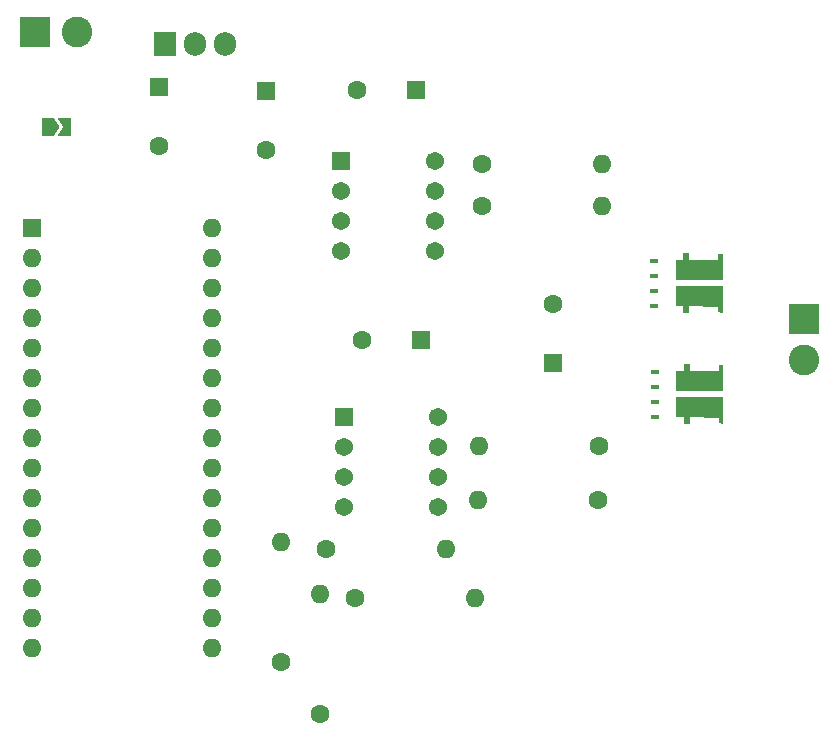
<source format=gbr>
%TF.GenerationSoftware,KiCad,Pcbnew,8.0.1*%
%TF.CreationDate,2024-04-25T09:29:02+05:30*%
%TF.ProjectId,Brushed Speed Controller,42727573-6865-4642-9053-706565642043,rev?*%
%TF.SameCoordinates,Original*%
%TF.FileFunction,Soldermask,Top*%
%TF.FilePolarity,Negative*%
%FSLAX46Y46*%
G04 Gerber Fmt 4.6, Leading zero omitted, Abs format (unit mm)*
G04 Created by KiCad (PCBNEW 8.0.1) date 2024-04-25 09:29:02*
%MOMM*%
%LPD*%
G01*
G04 APERTURE LIST*
G04 Aperture macros list*
%AMRoundRect*
0 Rectangle with rounded corners*
0 $1 Rounding radius*
0 $2 $3 $4 $5 $6 $7 $8 $9 X,Y pos of 4 corners*
0 Add a 4 corners polygon primitive as box body*
4,1,4,$2,$3,$4,$5,$6,$7,$8,$9,$2,$3,0*
0 Add four circle primitives for the rounded corners*
1,1,$1+$1,$2,$3*
1,1,$1+$1,$4,$5*
1,1,$1+$1,$6,$7*
1,1,$1+$1,$8,$9*
0 Add four rect primitives between the rounded corners*
20,1,$1+$1,$2,$3,$4,$5,0*
20,1,$1+$1,$4,$5,$6,$7,0*
20,1,$1+$1,$6,$7,$8,$9,0*
20,1,$1+$1,$8,$9,$2,$3,0*%
%AMFreePoly0*
4,1,6,1.000000,0.000000,0.500000,-0.750000,-0.500000,-0.750000,-0.500000,0.750000,0.500000,0.750000,1.000000,0.000000,1.000000,0.000000,$1*%
%AMFreePoly1*
4,1,6,0.500000,-0.750000,-0.650000,-0.750000,-0.150000,0.000000,-0.650000,0.750000,0.500000,0.750000,0.500000,-0.750000,0.500000,-0.750000,$1*%
G04 Aperture macros list end*
%ADD10C,0.000000*%
%ADD11C,1.600000*%
%ADD12O,1.600000X1.600000*%
%ADD13R,1.600000X1.600000*%
%ADD14FreePoly0,0.000000*%
%ADD15FreePoly1,0.000000*%
%ADD16RoundRect,0.102000X-0.669000X-0.669000X0.669000X-0.669000X0.669000X0.669000X-0.669000X0.669000X0*%
%ADD17C,1.542000*%
%ADD18R,1.905000X2.000000*%
%ADD19O,1.905000X2.000000*%
%ADD20R,2.600000X2.600000*%
%ADD21C,2.600000*%
%ADD22R,0.711200X0.406400*%
%ADD23R,3.987800X1.727200*%
G04 APERTURE END LIST*
D10*
%TO.C,U5*%
G36*
X177749708Y-96126300D02*
G01*
X177343308Y-96090800D01*
X177343308Y-95608200D01*
X174929800Y-95605600D01*
X174929800Y-96189800D01*
X174421800Y-96189800D01*
X174421800Y-95605600D01*
X173761908Y-95603060D01*
X173761908Y-93875860D01*
X177749708Y-93875860D01*
X177749708Y-96126300D01*
G37*
G36*
X174929800Y-91643200D02*
G01*
X177343308Y-91645800D01*
X177343308Y-91163200D01*
X177749708Y-91163200D01*
X177749708Y-93373000D01*
X173761908Y-93373000D01*
X173761908Y-91645800D01*
X174421800Y-91643200D01*
X174421800Y-91059000D01*
X174929800Y-91059000D01*
X174929800Y-91643200D01*
G37*
%TO.C,U3*%
G36*
X177696109Y-86728300D02*
G01*
X177289709Y-86692800D01*
X177289709Y-86210200D01*
X174876201Y-86207600D01*
X174876201Y-86791800D01*
X174368201Y-86791800D01*
X174368201Y-86207600D01*
X173708309Y-86205060D01*
X173708309Y-84477860D01*
X177696109Y-84477860D01*
X177696109Y-86728300D01*
G37*
G36*
X174876201Y-82245200D02*
G01*
X177289709Y-82247800D01*
X177289709Y-81765200D01*
X177696109Y-81765200D01*
X177696109Y-83975000D01*
X173708309Y-83975000D01*
X173708309Y-82247800D01*
X174368201Y-82245200D01*
X174368201Y-81661000D01*
X174876201Y-81661000D01*
X174876201Y-82245200D01*
G37*
%TD*%
D11*
%TO.C,R7*%
X143611600Y-120700800D03*
D12*
X143611600Y-110540800D03*
%TD*%
D11*
%TO.C,R4*%
X167132000Y-102565200D03*
D12*
X156972000Y-102565200D03*
%TD*%
D13*
%TO.C,C1*%
X163322000Y-90972451D03*
D11*
X163322000Y-85972451D03*
%TD*%
%TO.C,R6*%
X144119600Y-106730800D03*
D12*
X154279600Y-106730800D03*
%TD*%
D14*
%TO.C,JP2*%
X120550000Y-71000000D03*
D15*
X122000000Y-71000000D03*
%TD*%
D11*
%TO.C,R8*%
X146583400Y-110921800D03*
D12*
X156743400Y-110921800D03*
%TD*%
D16*
%TO.C,U2*%
X145671749Y-95580200D03*
D17*
X145671749Y-98120200D03*
X145671749Y-100660200D03*
X145671749Y-103200200D03*
X153611749Y-103200200D03*
X153611749Y-100660200D03*
X153611749Y-98120200D03*
X153611749Y-95580200D03*
%TD*%
D11*
%TO.C,R5*%
X140335000Y-116332000D03*
D12*
X140335000Y-106172000D03*
%TD*%
D13*
%TO.C,C5*%
X130000000Y-67597349D03*
D11*
X130000000Y-72597349D03*
%TD*%
D18*
%TO.C,U4*%
X130460000Y-63945000D03*
D19*
X133000000Y-63945000D03*
X135540000Y-63945000D03*
%TD*%
D20*
%TO.C,J1*%
X119500000Y-63000000D03*
D21*
X123000000Y-63000000D03*
%TD*%
D13*
%TO.C,C2*%
X152120600Y-89027000D03*
D11*
X147120600Y-89027000D03*
%TD*%
%TO.C,R2*%
X157312549Y-77698600D03*
D12*
X167472549Y-77698600D03*
%TD*%
D16*
%TO.C,U1*%
X145366949Y-73863200D03*
D17*
X145366949Y-76403200D03*
X145366949Y-78943200D03*
X145366949Y-81483200D03*
X153306949Y-81483200D03*
X153306949Y-78943200D03*
X153306949Y-76403200D03*
X153306949Y-73863200D03*
%TD*%
D13*
%TO.C,A1*%
X119202200Y-79552800D03*
D12*
X119202200Y-82092800D03*
X119202200Y-84632800D03*
X119202200Y-87172800D03*
X119202200Y-89712800D03*
X119202200Y-92252800D03*
X119202200Y-94792800D03*
X119202200Y-97332800D03*
X119202200Y-99872800D03*
X119202200Y-102412800D03*
X119202200Y-104952800D03*
X119202200Y-107492800D03*
X119202200Y-110032800D03*
X119202200Y-112572800D03*
X119202200Y-115112800D03*
X134442200Y-115112800D03*
X134442200Y-112572800D03*
X134442200Y-110032800D03*
X134442200Y-107492800D03*
X134442200Y-104952800D03*
X134442200Y-102412800D03*
X134442200Y-99872800D03*
X134442200Y-97332800D03*
X134442200Y-94792800D03*
X134442200Y-92252800D03*
X134442200Y-89712800D03*
X134442200Y-87172800D03*
X134442200Y-84632800D03*
X134442200Y-82092800D03*
X134442200Y-79552800D03*
%TD*%
D13*
%TO.C,C4*%
X139000000Y-68000000D03*
D11*
X139000000Y-73000000D03*
%TD*%
D20*
%TO.C,J2*%
X184556400Y-87279600D03*
D21*
X184556400Y-90779600D03*
%TD*%
D11*
%TO.C,R1*%
X157287149Y-74142600D03*
D12*
X167447149Y-74142600D03*
%TD*%
D22*
%TO.C,U5*%
X171960799Y-91719400D03*
X171960799Y-92989400D03*
X171960799Y-94259400D03*
X171960799Y-95529400D03*
D23*
X175755808Y-92509400D03*
X175755808Y-94739460D03*
%TD*%
D11*
%TO.C,R3*%
X167218549Y-98018600D03*
D12*
X157058549Y-98018600D03*
%TD*%
D22*
%TO.C,U3*%
X171907200Y-82321400D03*
X171907200Y-83591400D03*
X171907200Y-84861400D03*
X171907200Y-86131400D03*
D23*
X175702209Y-83111400D03*
X175702209Y-85341460D03*
%TD*%
D13*
%TO.C,C3*%
X151724549Y-67919600D03*
D11*
X146724549Y-67919600D03*
%TD*%
M02*

</source>
